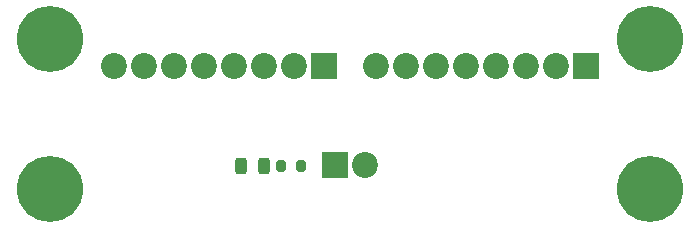
<source format=gts>
G04 #@! TF.GenerationSoftware,KiCad,Pcbnew,(6.0.7)*
G04 #@! TF.CreationDate,2023-06-30T09:59:30-07:00*
G04 #@! TF.ProjectId,PT Board Ground Systems,50542042-6f61-4726-9420-47726f756e64,rev?*
G04 #@! TF.SameCoordinates,Original*
G04 #@! TF.FileFunction,Soldermask,Top*
G04 #@! TF.FilePolarity,Negative*
%FSLAX46Y46*%
G04 Gerber Fmt 4.6, Leading zero omitted, Abs format (unit mm)*
G04 Created by KiCad (PCBNEW (6.0.7)) date 2023-06-30 09:59:30*
%MOMM*%
%LPD*%
G01*
G04 APERTURE LIST*
G04 Aperture macros list*
%AMRoundRect*
0 Rectangle with rounded corners*
0 $1 Rounding radius*
0 $2 $3 $4 $5 $6 $7 $8 $9 X,Y pos of 4 corners*
0 Add a 4 corners polygon primitive as box body*
4,1,4,$2,$3,$4,$5,$6,$7,$8,$9,$2,$3,0*
0 Add four circle primitives for the rounded corners*
1,1,$1+$1,$2,$3*
1,1,$1+$1,$4,$5*
1,1,$1+$1,$6,$7*
1,1,$1+$1,$8,$9*
0 Add four rect primitives between the rounded corners*
20,1,$1+$1,$2,$3,$4,$5,0*
20,1,$1+$1,$4,$5,$6,$7,0*
20,1,$1+$1,$6,$7,$8,$9,0*
20,1,$1+$1,$8,$9,$2,$3,0*%
G04 Aperture macros list end*
%ADD10R,2.200000X2.200000*%
%ADD11C,2.200000*%
%ADD12C,5.600000*%
%ADD13C,3.600000*%
%ADD14RoundRect,0.200000X-0.200000X-0.275000X0.200000X-0.275000X0.200000X0.275000X-0.200000X0.275000X0*%
%ADD15RoundRect,0.243750X-0.243750X-0.456250X0.243750X-0.456250X0.243750X0.456250X-0.243750X0.456250X0*%
G04 APERTURE END LIST*
D10*
X74650600Y-30937200D03*
D11*
X72110600Y-30937200D03*
X69570600Y-30937200D03*
X67030600Y-30937200D03*
X64490600Y-30937200D03*
X61950600Y-30937200D03*
X59410600Y-30937200D03*
X56870600Y-30937200D03*
D12*
X80010000Y-28575000D03*
D13*
X80010000Y-28575000D03*
D12*
X29210000Y-28575000D03*
D13*
X29210000Y-28575000D03*
D10*
X53365400Y-39319200D03*
D11*
X55905400Y-39319200D03*
D14*
X48827900Y-39344600D03*
X50477900Y-39344600D03*
D10*
X52425600Y-30937200D03*
D11*
X49885600Y-30937200D03*
X47345600Y-30937200D03*
X44805600Y-30937200D03*
X42265600Y-30937200D03*
X39725600Y-30937200D03*
X37185600Y-30937200D03*
X34645600Y-30937200D03*
D12*
X29260800Y-41275000D03*
D13*
X29260800Y-41275000D03*
D15*
X45445200Y-39344600D03*
X47320200Y-39344600D03*
D12*
X80010000Y-41275000D03*
D13*
X80010000Y-41275000D03*
M02*

</source>
